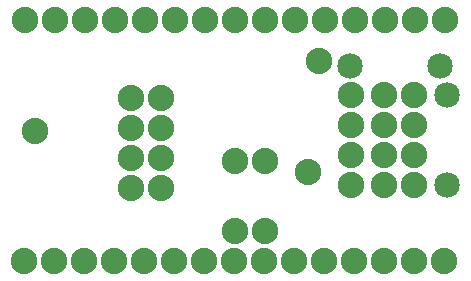
<source format=gbs>
G04 MADE WITH FRITZING*
G04 WWW.FRITZING.ORG*
G04 DOUBLE SIDED*
G04 HOLES PLATED*
G04 CONTOUR ON CENTER OF CONTOUR VECTOR*
%ASAXBY*%
%FSLAX23Y23*%
%MOIN*%
%OFA0B0*%
%SFA1.0B1.0*%
%ADD10C,0.085000*%
%ADD11C,0.088000*%
%LNMASK0*%
G90*
G70*
G54D10*
X1147Y718D03*
X1447Y718D03*
X1147Y718D03*
X1447Y718D03*
X1469Y621D03*
X1469Y321D03*
X1469Y621D03*
X1469Y321D03*
G54D11*
X97Y504D03*
X763Y402D03*
X863Y402D03*
X763Y168D03*
X863Y168D03*
X1044Y737D03*
X1007Y366D03*
X417Y614D03*
X417Y514D03*
X417Y414D03*
X417Y314D03*
X417Y614D03*
X417Y514D03*
X417Y414D03*
X417Y314D03*
X517Y314D03*
X517Y414D03*
X517Y514D03*
X517Y614D03*
X1148Y321D03*
X1148Y421D03*
X1148Y521D03*
X1148Y621D03*
X1359Y321D03*
X1359Y421D03*
X1359Y521D03*
X1359Y621D03*
X1359Y321D03*
X1359Y421D03*
X1359Y521D03*
X1359Y621D03*
X1259Y621D03*
X1259Y521D03*
X1259Y421D03*
X1259Y321D03*
X61Y69D03*
X161Y69D03*
X261Y69D03*
X361Y69D03*
X461Y69D03*
X561Y69D03*
X661Y69D03*
X761Y69D03*
X861Y69D03*
X961Y69D03*
X1061Y69D03*
X1161Y69D03*
X1261Y69D03*
X1361Y69D03*
X1461Y69D03*
X64Y874D03*
X164Y874D03*
X264Y874D03*
X364Y874D03*
X464Y874D03*
X564Y874D03*
X664Y874D03*
X764Y874D03*
X864Y874D03*
X964Y874D03*
X1064Y874D03*
X1164Y874D03*
X1264Y874D03*
X1364Y874D03*
X1464Y874D03*
G04 End of Mask0*
M02*
</source>
